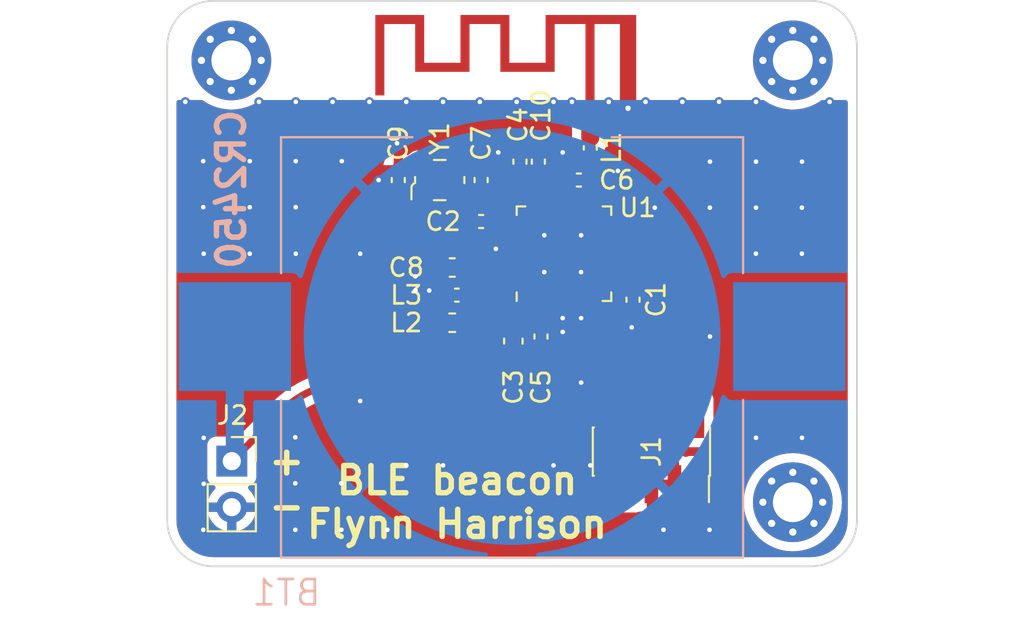
<source format=kicad_pcb>
(kicad_pcb (version 20211014) (generator pcbnew)
  (layers (0 "F.Cu" signal) (31 "B.Cu" signal) (34 "B.Paste" user) (35 "F.Paste" user) (36 "B.SilkS" user "B.Silkscreen") (37 "F.SilkS" user "F.Silkscreen") (38 "B.Mask" user) (39 "F.Mask" user) (44 "Edge.Cuts" user))
  (net 0 "")
  (net 1 "Net-(AE1-Pad1)")
  (net 2 "GND")
  (net 3 "Net-(C4-Pad1)")
  (net 4 "Net-(C5-Pad1)")
  (net 5 "Net-(C6-Pad1)")
  (net 6 "Net-(U1-Pad20)")
  (net 7 "Net-(C7-Pad2)")
  (net 8 "DCC")
  (net 9 "Net-(C9-Pad2)")
  (net 10 "Net-(C10-Pad1)")
  (net 11 "SWDIO")
  (net 12 "SWDCLK")
  (net 17 "nRESET")
  (net 18 "DCC4")
  (net 19 "Net-(L2-Pad2)")
  (net 36 "VDD")
  (footprint "Capacitor_SMD:C_0402_1005Metric_Pad0.74x0.62mm_HandSolder" (layer "F.Cu") (at 145.358 77.216 -90)
    (fp_text reference "C9" (at -2.032 0 90) (layer "F.SilkS"))
    (fp_text value "12pF")
    (fp_line (start -0.115835 0.36) (end 0.115835 0.36) (layer "F.SilkS") (width 0.12))
    (fp_line (start -0.115835 -0.36) (end 0.115835 -0.36) (layer "F.SilkS") (width 0.12))
    (pad "1" smd roundrect (at -0.5675 0 270) (size 0.735 0.62) (layers "F.Cu" "F.Paste" "F.Mask") (net 2 "GND"))
    (pad "2" smd roundrect (at 0.5675 0 270) (size 0.735 0.62) (layers "F.Cu" "F.Paste" "F.Mask") (net 9 "Net-(C9-Pad2)"))
  )
  (footprint "Connector_PinSocket_2.54mm:PinSocket_1x02_P2.54mm_Vertical" (layer "F.Cu") (at 136.169 92.73)
    (fp_text reference "J2" (at 0.031 -2.53) (layer "F.SilkS"))
    (fp_text value "External power")
    (fp_line (start -1.33 1.27) (end -1.33 3.87) (layer "F.SilkS") (width 0.12))
    (fp_line (start -1.33 1.27) (end 1.33 1.27) (layer "F.SilkS") (width 0.12))
    (fp_line (start 1.33 1.27) (end 1.33 3.87) (layer "F.SilkS") (width 0.12))
    (fp_line (start 1.33 -1.33) (end 1.33 0) (layer "F.SilkS") (width 0.12))
    (fp_line (start 0 -1.33) (end 1.33 -1.33) (layer "F.SilkS") (width 0.12))
    (fp_line (start -1.33 3.87) (end 1.33 3.87) (layer "F.SilkS") (width 0.12))
    (pad "1" thru_hole rect (at 0 0) (size 1.7 1.7) (drill 1) (layers *.Cu *.Mask) (net 36 "VDD"))
    (pad "2" thru_hole oval (at 0 2.54) (size 1.7 1.7) (drill 1) (layers *.Cu *.Mask) (net 2 "GND"))
  )
  (footprint "Inductor_SMD:L_0402_1005Metric_Pad0.77x0.64mm_HandSolder" (layer "F.Cu") (at 148.59 83.566)
    (fp_text reference "L3" (at -2.794 0) (layer "F.SilkS"))
    (fp_text value "15nH")
    (fp_line (start -0.1002 0.36) (end 0.1002 0.36) (layer "F.SilkS") (width 0.12))
    (fp_line (start -0.1002 -0.36) (end 0.1002 -0.36) (layer "F.SilkS") (width 0.12))
    (pad "1" smd roundrect (at -0.5725 0) (size 0.765 0.64) (layers "F.Cu" "F.Paste" "F.Mask") (net 19 "Net-(L2-Pad2)"))
    (pad "2" smd roundrect (at 0.5725 0) (size 0.765 0.64) (layers "F.Cu" "F.Paste" "F.Mask") (net 18 "DCC4"))
  )
  (footprint "Capacitor_SMD:C_0402_1005Metric_Pad0.74x0.62mm_HandSolder" (layer "F.Cu") (at 153.232 85.852 -90)
    (fp_text reference "C5" (at 2.794 0 90) (layer "F.SilkS"))
    (fp_text value "100nF")
    (fp_line (start -0.115835 -0.36) (end 0.115835 -0.36) (layer "F.SilkS") (width 0.12))
    (fp_line (start -0.115835 0.36) (end 0.115835 0.36) (layer "F.SilkS") (width 0.12))
    (pad "1" smd roundrect (at -0.5675 0 270) (size 0.735 0.62) (layers "F.Cu" "F.Paste" "F.Mask") (net 4 "Net-(C5-Pad1)"))
    (pad "2" smd roundrect (at 0.5675 0 270) (size 0.735 0.62) (layers "F.Cu" "F.Paste" "F.Mask") (net 2 "GND"))
  )
  (footprint "Capacitor_SMD:C_0603_1608Metric" (layer "F.Cu") (at 148.336 82.042 180)
    (fp_text reference "C8" (at 2.54 0 180) (layer "F.SilkS"))
    (fp_text value "1uF")
    (fp_line (start -0.14058 0.51) (end 0.14058 0.51) (layer "F.SilkS") (width 0.12))
    (fp_line (start -0.14058 -0.51) (end 0.14058 -0.51) (layer "F.SilkS") (width 0.12))
    (pad "1" smd roundrect (at -0.775 0 180) (size 0.9 0.95) (layers "F.Cu" "F.Paste" "F.Mask") (net 18 "DCC4"))
    (pad "2" smd roundrect (at 0.775 0 180) (size 0.9 0.95) (layers "F.Cu" "F.Paste" "F.Mask") (net 2 "GND"))
  )
  (footprint "Capacitor_SMD:C_0402_1005Metric_Pad0.74x0.62mm_HandSolder" (layer "F.Cu") (at 149.93 79.502 180)
    (fp_text reference "C2" (at 2.102 0 180) (layer "F.SilkS"))
    (fp_text value "100nF")
    (fp_line (start -0.115835 -0.36) (end 0.115835 -0.36) (layer "F.SilkS") (width 0.12))
    (fp_line (start -0.115835 0.36) (end 0.115835 0.36) (layer "F.SilkS") (width 0.12))
    (pad "1" smd roundrect (at -0.5675 0 180) (size 0.735 0.62) (layers "F.Cu" "F.Paste" "F.Mask") (net 36 "VDD"))
    (pad "2" smd roundrect (at 0.5675 0 180) (size 0.735 0.62) (layers "F.Cu" "F.Paste" "F.Mask") (net 2 "GND"))
  )
  (footprint "Inductor_SMD:L_0402_1005Metric_Pad0.77x0.64mm_HandSolder" (layer "F.Cu") (at 155.956 75.438 -90)
    (fp_text reference "L1" (at 0 -1.17 90) (layer "F.SilkS"))
    (fp_text value "3.9nH")
    (fp_line (start -0.1002 0.36) (end 0.1002 0.36) (layer "F.SilkS") (width 0.12))
    (fp_line (start -0.1002 -0.36) (end 0.1002 -0.36) (layer "F.SilkS") (width 0.12))
    (pad "1" smd roundrect (at -0.5725 0 270) (size 0.765 0.64) (layers "F.Cu" "F.Paste" "F.Mask") (net 1 "Net-(AE1-Pad1)"))
    (pad "2" smd roundrect (at 0.5725 0 270) (size 0.765 0.64) (layers "F.Cu" "F.Paste" "F.Mask") (net 5 "Net-(C6-Pad1)"))
  )
  (footprint "Package_DFN_QFN:QFN-32-1EP_5x5mm_P0.5mm_EP3.6x3.6mm" (layer "F.Cu") (at 154.502 81.28 90)
    (fp_text reference "U1" (at 2.54 4.064 180) (layer "F.SilkS"))
    (fp_text value "nRF52810-QCxx")
    (fp_line (start 2.61 2.61) (end 2.61 2.135) (layer "F.SilkS") (width 0.12))
    (fp_line (start 2.135 2.61) (end 2.61 2.61) (layer "F.SilkS") (width 0.12))
    (fp_line (start 2.135 -2.61) (end 2.61 -2.61) (layer "F.SilkS") (width 0.12))
    (fp_line (start -2.61 2.61) (end -2.61 2.135) (layer "F.SilkS") (width 0.12))
    (fp_line (start -2.135 -2.61) (end -2.61 -2.61) (layer "F.SilkS") (width 0.12))
    (fp_line (start -2.135 2.61) (end -2.61 2.61) (layer "F.SilkS") (width 0.12))
    (fp_line (start 2.61 -2.61) (end 2.61 -2.135) (layer "F.SilkS") (width 0.12))
    (pad "1" smd roundrect (at -2.45 -1.75 90) (size 0.8 0.25) (layers "F.Cu" "F.Paste" "F.Mask") (net 4 "Net-(C5-Pad1)"))
    (pad "2" smd roundrect (at -2.45 -1.25 90) (size 0.8 0.25) (layers "F.Cu" "F.Paste" "F.Mask"))
    (pad "3" smd roundrect (at -2.45 -0.75 90) (size 0.8 0.25) (layers "F.Cu" "F.Paste" "F.Mask"))
    (pad "4" smd roundrect (at -2.45 -0.25 90) (size 0.8 0.25) (layers "F.Cu" "F.Paste" "F.Mask"))
    (pad "5" smd roundrect (at -2.45 0.25 90) (size 0.8 0.25) (layers "F.Cu" "F.Paste" "F.Mask"))
    (pad "6" smd roundrect (at -2.45 0.75 90) (size 0.8 0.25) (layers "F.Cu" "F.Paste" "F.Mask"))
    (pad "7" smd roundrect (at -2.45 1.25 90) (size 0.8 0.25) (layers "F.Cu" "F.Paste" "F.Mask"))
    (pad "8" smd roundrect (at -2.45 1.75 90) (size 0.8 0.25) (layers "F.Cu" "F.Paste" "F.Mask"))
    (pad "9" smd roundrect (at -1.75 2.45 90) (size 0.25 0.8) (layers "F.Cu" "F.Paste" "F.Mask") (net 36 "VDD"))
    (pad "10" smd roundrect (at -1.25 2.45 90) (size 0.25 0.8) (layers "F.Cu" "F.Paste" "F.Mask"))
    (pad "11" smd roundrect (at -0.75 2.45 90) (size 0.25 0.8) (layers "F.Cu" "F.Paste" "F.Mask"))
    (pad "12" smd roundrect (at -0.25 2.45 90) (size 0.25 0.8) (layers "F.Cu" "F.Paste" "F.Mask"))
    (pad "13" smd roundrect (at 0.25 2.45 90) (size 0.25 0.8) (layers "F.Cu" "F.Paste" "F.Mask"))
    (pad "14" smd roundrect (at 0.75 2.45 90) (size 0.25 0.8) (layers "F.Cu" "F.Paste" "F.Mask"))
    (pad "15" smd roundrect (at 1.25 2.45 90) (size 0.25 0.8) (layers "F.Cu" "F.Paste" "F.Mask"))
    (pad "16" smd roundrect (at 1.75 2.45 90) (size 0.25 0.8) (layers "F.Cu" "F.Paste" "F.Mask") (net 17 "nRESET"))
    (pad "17" smd roundrect (at 2.45 1.75 90) (size 0.8 0.25) (layers "F.Cu" "F.Paste" "F.Mask") (net 12 "SWDCLK"))
    (pad "18" smd roundrect (at 2.45 1.25 90) (size 0.8 0.25) (layers "F.Cu" "F.Paste" "F.Mask") (net 11 "SWDIO"))
    (pad "19" smd roundrect (at 2.45 0.75 90) (size 0.8 0.25) (layers "F.Cu" "F.Paste" "F.Mask") (net 5 "Net-(C6-Pad1)"))
    (pad "20" smd roundrect (at 2.45 0.25 90) (size 0.8 0.25) (layers "F.Cu" "F.Paste" "F.Mask") (net 6 "Net-(U1-Pad20)"))
    (pad "21" smd roundrect (at 2.45 -0.25 90) (size 0.8 0.25) (layers "F.Cu" "F.Paste" "F.Mask") (net 10 "Net-(C10-Pad1)"))
    (pad "22" smd roundrect (at 2.45 -0.75 90) (size 0.8 0.25) (layers "F.Cu" "F.Paste" "F.Mask") (net 3 "Net-(C4-Pad1)"))
    (pad "23" smd roundrect (at 2.45 -1.25 90) (size 0.8 0.25) (layers "F.Cu" "F.Paste" "F.Mask") (net 7 "Net-(C7-Pad2)"))
    (pad "24" smd roundrect (at 2.45 -1.75 90) (size 0.8 0.25) (layers "F.Cu" "F.Paste" "F.Mask") (net 9 "Net-(C9-Pad2)"))
    (pad "25" smd roundrect (at 1.75 -2.45 90) (size 0.25 0.8) (layers "F.Cu" "F.Paste" "F.Mask") (net 36 "VDD"))
    (pad "26" smd roundrect (at 1.25 -2.45 90) (size 0.25 0.8) (layers "F.Cu" "F.Paste" "F.Mask"))
    (pad "27" smd roundrect (at 0.75 -2.45 90) (size 0.25 0.8) (layers "F.Cu" "F.Paste" "F.Mask"))
    (pad "28" smd roundrect (at 0.25 -2.45 90) (size 0.25 0.8) (layers "F.Cu" "F.Paste" "F.Mask"))
    (pad "29" smd roundrect (at -0.25 -2.45 90) (size 0.25 0.8) (layers "F.Cu" "F.Paste" "F.Mask") (net 2 "GND"))
    (pad "30" smd roundrect (at -0.75 -2.45 90) (size 0.25 0.8) (layers "F.Cu" "F.Paste" "F.Mask") (net 18 "DCC4"))
    (pad "31" smd roundrect (at -1.25 -2.45 90) (size 0.25 0.8) (layers "F.Cu" "F.Paste" "F.Mask") (net 8 "DCC"))
    (pad "32" smd roundrect (at -1.75 -2.45 90) (size 0.25 0.8) (layers "F.Cu" "F.Paste" "F.Mask") (net 36 "VDD"))
    (pad "33" smd rect (at 0 0 90) (size 3.6 3.6) (layers "F.Cu" "F.Mask") (net 2 "GND"))
  )
  (footprint "Connector_PinSocket_1.27mm:PinSocket_2x05_P1.27mm_Vertical_SMD" (layer "F.Cu") (at 159.328 92.202 -90)
    (fp_text reference "J1" (at 0 0 90) (layer "F.SilkS"))
    (fp_text value "Conn_ARM_JTAG_SWD_10")
    (fp_line (start -1.33 3.175) (end -1.33 3.235) (layer "F.SilkS") (width 0.12))
    (fp_line (start -1.33 3.235) (end 1.33 3.235) (layer "F.SilkS") (width 0.12))
    (fp_line (start 1.33 3.175) (end 1.33 3.235) (layer "F.SilkS") (width 0.12))
    (fp_line (start 1.33 -3.235) (end 1.33 -3.175) (layer "F.SilkS") (width 0.12))
    (fp_line (start 1.33 -3.175) (end 2.79 -3.175) (layer "F.SilkS") (width 0.12))
    (fp_line (start -1.33 -3.235) (end -1.33 -3.175) (layer "F.SilkS") (width 0.12))
    (fp_line (start -1.33 -3.235) (end 1.33 -3.235) (layer "F.SilkS") (width 0.12))
    (pad "1" smd rect (at 1.8 -2.54 270) (size 2.1 0.75) (layers "F.Cu" "F.Paste" "F.Mask"))
    (pad "2" smd rect (at -1.8 -2.54 270) (size 2.1 0.75) (layers "F.Cu" "F.Paste" "F.Mask") (net 11 "SWDIO"))
    (pad "3" smd rect (at 1.8 -1.27 270) (size 2.1 0.75) (layers "F.Cu" "F.Paste" "F.Mask") (net 2 "GND"))
    (pad "4" smd rect (at -1.8 -1.27 270) (size 2.1 0.75) (layers "F.Cu" "F.Paste" "F.Mask") (net 12 "SWDCLK"))
    (pad "5" smd rect (at 1.8 0 270) (size 2.1 0.75) (layers "F.Cu" "F.Paste" "F.Mask") (net 2 "GND"))
    (pad "6" smd rect (at -1.8 0 270) (size 2.1 0.75) (layers "F.Cu" "F.Paste" "F.Mask"))
    (pad "7" smd rect (at 1.8 1.27 270) (size 2.1 0.75) (layers "F.Cu" "F.Paste" "F.Mask"))
    (pad "8" smd rect (at -1.8 1.27 270) (size 2.1 0.75) (layers "F.Cu" "F.Paste" "F.Mask"))
    (pad "9" smd rect (at 1.8 2.54 270) (size 2.1 0.75) (layers "F.Cu" "F.Paste" "F.Mask"))
    (pad "10" smd rect (at -1.8 2.54 270) (size 2.1 0.75) (layers "F.Cu" "F.Paste" "F.Mask") (net 17 "nRESET"))
  )
  (footprint "Capacitor_SMD:C_0402_1005Metric_Pad0.74x0.62mm_HandSolder" (layer "F.Cu") (at 155.3235 77.216 180)
    (fp_text reference "C6" (at -2.0915 0) (layer "F.SilkS"))
    (fp_text value "0.8pF")
    (fp_line (start -0.115835 0.36) (end 0.115835 0.36) (layer "F.SilkS") (width 0.12))
    (fp_line (start -0.115835 -0.36) (end 0.115835 -0.36) (layer "F.SilkS") (width 0.12))
    (pad "1" smd roundrect (at -0.5675 0 180) (size 0.735 0.62) (layers "F.Cu" "F.Paste" "F.Mask") (net 5 "Net-(C6-Pad1)"))
    (pad "2" smd roundrect (at 0.5675 0 180) (size 0.735 0.62) (layers "F.Cu" "F.Paste" "F.Mask") (net 6 "Net-(U1-Pad20)"))
  )
  (footprint "Inductor_SMD:L_0603_1608Metric" (layer "F.Cu") (at 148.336 85.09 180)
    (fp_text reference "L2" (at 2.54 0) (layer "F.SilkS"))
    (fp_text value "10uH")
    (fp_line (start -0.162779 0.51) (end 0.162779 0.51) (layer "F.SilkS") (width 0.12))
    (fp_line (start -0.162779 -0.51) (end 0.162779 -0.51) (layer "F.SilkS") (width 0.12))
    (pad "1" smd roundrect (at -0.7875 0 180) (size 0.875 0.95) (layers "F.Cu" "F.Paste" "F.Mask") (net 8 "DCC"))
    (pad "2" smd roundrect (at 0.7875 0 180) (size 0.875 0.95) (layers "F.Cu" "F.Paste" "F.Mask") (net 19 "Net-(L2-Pad2)"))
  )
  (footprint "MountingHole:MountingHole_2.2mm_M2_Pad_Via" (layer "F.Cu") (at 167.132 70.612)
    (fp_text reference "REF**" hide)
    (fp_text value "MountingHole_2.2mm_M2_Pad_Via")
    (pad "1" thru_hole circle (at 1.65 0) (size 0.7 0.7) (drill 0.4) (layers *.Cu *.Mask))
    (pad "1" thru_hole circle (at -1.166726 -1.166726) (size 0.7 0.7) (drill 0.4) (layers *.Cu *.Mask))
    (pad "1" thru_hole circle (at 0 1.65) (size 0.7 0.7) (drill 0.4) (layers *.Cu *.Mask))
    (pad "1" thru_hole circle (at 1.166726 1.166726) (size 0.7 0.7) (drill 0.4) (layers *.Cu *.Mask))
    (pad "1" thru_hole circle (at 1.166726 -1.166726) (size 0.7 0.7) (drill 0.4) (layers *.Cu *.Mask))
    (pad "1" thru_hole circle (at -1.65 0) (size 0.7 0.7) (drill 0.4) (layers *.Cu *.Mask))
    (pad "1" thru_hole circle (at 0 -1.65) (size 0.7 0.7) (drill 0.4) (layers *.Cu *.Mask))
    (pad "1" thru_hole circle (at 0 0) (size 4.4 4.4) (drill 2.2) (layers *.Cu *.Mask))
    (pad "1" thru_hole circle (at -1.166726 1.166726) (size 0.7 0.7) (drill 0.4) (layers *.Cu *.Mask))
  )
  (footprint "Capacitor_SMD:C_0402_1005Metric_Pad0.74x0.62mm_HandSolder" (layer "F.Cu") (at 152.072 76.2 90)
    (fp_text reference "C4" (at 2.032 -0.11 90) (layer "F.SilkS"))
    (fp_text value "100pF")
    (fp_line (start -0.115835 0.36) (end 0.115835 0.36) (layer "F.SilkS") (width 0.12))
    (fp_line (start -0.115835 -0.36) (end 0.115835 -0.36) (layer "F.SilkS") (width 0.12))
    (pad "1" smd roundrect (at -0.5675 0 90) (size 0.735 0.62) (layers "F.Cu" "F.Paste" "F.Mask") (net 3 "Net-(C4-Pad1)"))
    (pad "2" smd roundrect (at 0.5675 0 90) (size 0.735 0.62) (layers "F.Cu" "F.Paste" "F.Mask") (net 2 "GND"))
  )
  (footprint "Capacitor_SMD:C_0402_1005Metric_Pad0.74x0.62mm_HandSolder" (layer "F.Cu") (at 153.088 76.2 90)
    (fp_text reference "C10" (at 2.54 0.144 90) (layer "F.SilkS"))
    (fp_text value "NC")
    (fp_line (start -0.115835 0.36) (end 0.115835 0.36) (layer "F.SilkS") (width 0.12))
    (fp_line (start -0.115835 -0.36) (end 0.115835 -0.36) (layer "F.SilkS") (width 0.12))
    (pad "1" smd roundrect (at -0.5675 0 90) (size 0.735 0.62) (layers "F.Cu" "F.Paste" "F.Mask") (net 10 "Net-(C10-Pad1)"))
    (pad "2" smd roundrect (at 0.5675 0 90) (size 0.735 0.62) (layers "F.Cu" "F.Paste" "F.Mask") (net 2 "GND"))
  )
  (footprint "MountingHole:MountingHole_2.2mm_M2_Pad_Via" (layer "F.Cu") (at 136.144 70.612)
    (fp_text reference "REF**" hide)
    (fp_text value "MountingHole_2.2mm_M2_Pad_Via")
    (pad "1" thru_hole circle (at 1.65 0) (size 0.7 0.7) (drill 0.4) (layers *.Cu *.Mask))
    (pad "1" thru_hole circle (at -1.166726 1.166726) (size 0.7 0.7) (drill 0.4) (layers *.Cu *.Mask))
    (pad "1" thru_hole circle (at 0 1.65) (size 0.7 0.7) (drill 0.4) (layers *.Cu *.Mask))
    (pad "1" thru_hole circle (at -1.166726 -1.166726) (size 0.7 0.7) (drill 0.4) (layers *.Cu *.Mask))
    (pad "1" thru_hole circle (at 0 0) (size 4.4 4.4) (drill 2.2) (layers *.Cu *.Mask))
    (pad "1" thru_hole circle (at 0 -1.65) (size 0.7 0.7) (drill 0.4) (layers *.Cu *.Mask))
    (pad "1" thru_hole circle (at -1.65 0) (size 0.7 0.7) (drill 0.4) (layers *.Cu *.Mask))
    (pad "1" thru_hole circle (at 1.166726 -1.166726) (size 0.7 0.7) (drill 0.4) (layers *.Cu *.Mask))
    (pad "1" thru_hole circle (at 1.166726 1.166726) (size 0.7 0.7) (drill 0.4) (layers *.Cu *.Mask))
  )
  (footprint "Capacitor_SMD:C_0402_1005Metric_Pad0.74x0.62mm_HandSolder" (layer "F.Cu") (at 149.93 77.216 -90)
    (fp_text reference "C7" (at -2.032 0 90) (layer "F.SilkS"))
    (fp_text value "12pF")
    (fp_line (start -0.115835 0.36) (end 0.115835 0.36) (layer "F.SilkS") (width 0.12))
    (fp_line (start -0.115835 -0.36) (end 0.115835 -0.36) (layer "F.SilkS") (width 0.12))
    (pad "1" smd roundrect (at -0.5675 0 270) (size 0.735 0.62) (layers "F.Cu" "F.Paste" "F.Mask") (net 2 "GND"))
    (pad "2" smd roundrect (at 0.5675 0 270) (size 0.735 0.62) (layers "F.Cu" "F.Paste" "F.Mask") (net 7 "Net-(C7-Pad2)"))
  )
  (footprint "Oscillator:Oscillator_SMD_ECS_2520MV-xxx-xx-4Pin_2.5x2.0mm" (layer "F.Cu") (at 147.644 77.216 90)
    (fp_text reference "Y1" (at 2.286 0 90) (layer "F.SilkS"))
    (fp_text value "32MHz")
    (fp_line (start -0.16 -1.36) (end 0.17 -1.36) (layer "F.SilkS") (width 0.12))
    (fp_line (start -0.17 1.36) (end 0.17 1.36) (layer "F.SilkS") (width 0.12))
    (fp_line (start -1.11 0.32) (end -1.11 -0.32) (layer "F.SilkS") (width 0.12))
    (fp_line (start 1.11 0.32) (end 1.11 -0.32) (layer "F.SilkS") (width 0.12))
    (fp_line (start -0.38 -1.56) (end -1.07 -1.56) (layer "F.SilkS") (width 0.12))
    (fp_arc (start -0.38 -1.56) (mid -0.246393 -1.485967) (end -0.16 -1.36) (layer "F.SilkS") (width 0.12))
    (pad "1" smd roundrect (at -0.725 -0.925 90) (size 0.8 0.9) (layers "F.Cu" "F.Paste" "F.Mask") (net 9 "Net-(C9-Pad2)"))
    (pad "2" smd roundrect (at -0.725 0.925 90) (size 0.8 0.9) (layers "F.Cu" "F.Paste" "F.Mask"))
    (pad "3" smd roundrect (at 0.725 0.925 90) (size 0.8 0.9) (layers "F.Cu" "F.Paste" "F.Mask") (net 7 "Net-(C7-Pad2)"))
    (pad "4" smd roundrect (at 0.725 -0.925 90) (size 0.8 0.9) (layers "F.Cu" "F.Paste" "F.Mask"))
  )
  (footprint "Capacitor_SMD:C_0603_1608Metric" (layer "F.Cu") (at 151.708 86.106 -90)
    (fp_text reference "C3" (at 2.54 0 90) (layer "F.SilkS"))
    (fp_text value "4.7uF")
    (fp_line (start -0.14058 0.51) (end 0.14058 0.51) (layer "F.SilkS") (width 0.12))
    (fp_line (start -0.14058 -0.51) (end 0.14058 -0.51) (layer "F.SilkS") (width 0.12))
    (pad "1" smd roundrect (at -0.775 0 270) (size 0.9 0.95) (layers "F.Cu" "F.Paste" "F.Mask") (net 36 "VDD"))
    (pad "2" smd roundrect (at 0.775 0 270) (size 0.9 0.95) (layers "F.Cu" "F.Paste" "F.Mask") (net 2 "GND"))
  )
  (footprint "Capacitor_SMD:C_0402_1005Metric_Pad0.74x0.62mm_HandSolder" (layer "F.Cu") (at 158.312 83.82 -90)
    (fp_text reference "C1" (at 0 -1.27 90) (layer "F.SilkS"))
    (fp_text value "100nF")
    (fp_line (start -0.115835 0.36) (end 0.115835 0.36) (layer "F.SilkS") (width 0.12))
    (fp_line (start -0.115835 -0.36) (end 0.115835 -0.36) (layer "F.SilkS") (width 0.12))
    (pad "1" smd roundrect (at -0.5675 0 270) (size 0.735 0.62) (layers "F.Cu" "F.Paste" "F.Mask") (net 36 "VDD"))
    (pad "2" smd roundrect (at 0.5675 0 270) (size 0.735 0.62) (layers "F.Cu" "F.Paste" "F.Mask") (net 2 "GND"))
  )
  (footprint "MountingHole:MountingHole_2.2mm_M2_Pad_Via" (layer "F.Cu") (at 167.132 94.996)
    (fp_text reference "REF**" hide)
    (fp_text value "MountingHole_2.2mm_M2_Pad_Via")
    (pad "1" thru_hole circle (at -1.166726 -1.166726) (size 0.7 0.7) (drill 0.4) (layers *.Cu *.Mask))
    (pad "1" thru_hole circle (at 1.65 0) (size 0.7 0.7) (drill 0.4) (layers *.Cu *.Mask))
    (pad "1" thru_hole circle (at 1.166726 -1.166726) (size 0.7 0.7) (drill 0.4) (layers *.Cu *.Mask))
    (pad "1" thru_hole circle (at 0 1.65) (size 0.7 0.7) (drill 0.4) (layers *.Cu *.Mask))
    (pad "1" thru_hole circle (at -1.166726 1.166726) (size 0.7 0.7) (drill 0.4) (layers *.Cu *.Mask))
    (pad "1" thru_hole circle (at 1.166726 1.166726) (size 0.7 0.7) (drill 0.4) (layers *.Cu *.Mask))
    (pad "1" thru_hole circle (at 0 -1.65) (size 0.7 0.7) (drill 0.4) (layers *.Cu *.Mask))
    (pad "1" thru_hole circle (at -1.65 0) (size 0.7 0.7) (drill 0.4) (layers *.Cu *.Mask))
    (pad "1" thru_hole circle (at 0 0) (size 4.4 4.4) (drill 2.2) (layers *.Cu *.Mask))
  )
  (footprint "RF_Antenna:Texas_SWRA117D_2.4GHz_Left_cust" (layer "F.Cu") (at 155.9388 73.2536)
    (fp_text reference "AE1" hide)
    (fp_text value "Antenna")
    (pad "" connect custom (at 2.1 0) (size 0.9 0.5) (layers "F.Cu") (net 2 "GND") (clearance -10) (thermal_gap -10) (options (clearance outline) (anchor rect)) (primitives (gr_poly (pts (xy -11.25 -2.51) (xy -9.25 -2.51) (xy -9.25 -5.15) (xy -6.55 -5.15) (xy -6.55 -2.51) (xy -4.55 -2.51) (xy -4.55 -5.15) (xy 0.45 -5.15) (xy 0.45 0.25) (xy -0.45 0.25) (xy -0.45 -4.65) (xy -1.85 -4.65) (xy -1.85 -0.25) (xy -2.35 -0.25) (xy -2.35 -4.65) (xy -4.05 -4.65) (xy -4.05 -2.01) (xy -7.05 -2.01) (xy -7.05 -4.65) (xy -8.75 -4.65) (xy -8.75 -2.01) (xy -11.75 -2.01) (xy -11.75 -4.65) (xy -13.45 -4.65) (xy -13.45 -0.71) (xy -13.95 -0.71) (xy -13.95 -5.15) (xy -11.25 -5.15)) (width 0) (fill yes))))
    (pad "1" connect rect (at 0 0) (size 0.5 0.5) (layers "F.Cu") (net 1 "Net-(AE1-Pad1)"))
    (pad "2" thru_hole rect (at 2.1 0) (size 0.9 0.5) (drill 0.3) (layers *.Cu) (net 2 "GND") (clearance -10) (thermal_gap -10))
  )
  (footprint "SnapEDA Library:BAT_BAT-HLD-006-SMT" (layer "B.Cu") (at 151.638 85.852)
    (fp_text reference "BT1" (at -12.455 14.139) (layer "B.SilkS") (effects (font (size 1.4 1.4)) (justify mirror)))
    (fp_text value "Battery_Cell")
    (fp_line (start -12.75 -11) (end -5.5 -11) (layer "B.SilkS") (width 0.127))
    (fp_line (start -12.75 -3.5) (end -12.75 -11) (layer "B.SilkS") (width 0.127))
    (fp_line (start -12.75 12.2) (end 12.75 12.2) (layer "B.SilkS") (width 0.127))
    (fp_line (start -12.75 3.5) (end -12.75 12.2) (layer "B.SilkS") (width 0.127))
    (fp_line (start 5.5 -11) (end 12.75 -11) (layer "B.SilkS") (width 0.127))
    (fp_line (start 12.75 -11) (end 12.75 -3.5) (layer "B.SilkS") (width 0.127))
    (fp_line (start 12.75 12.2) (end 12.75 3.5) (layer "B.SilkS") (width 0.127))
    (pad "1" smd rect locked (at -15.3 0) (size 6.2 6) (layers "B.Cu" "B.Paste" "B.Mask") (net 36 "VDD"))
    (pad "1" smd rect locked (at 15.3 0) (size 6.2 6) (layers "B.Cu" "B.Paste" "B.Mask"))
    (pad "2" smd circle locked (at 0 0) (size 23 23) (layers "B.Cu" "B.Mask") (net 2 "GND"))
  )
  (gr_arc (start 170.669949 95.993949) (mid 169.926 97.79) (end 168.129949 98.533949) (layer "Edge.Cuts") (width 0.1))
  (gr_line (start 168.129949 67.328051) (end 135.146051 67.328051) (layer "Edge.Cuts") (width 0.1))
  (gr_arc (start 168.129949 67.328051) (mid 169.926 68.072) (end 170.669949 69.868051) (layer "Edge.Cuts") (width 0.1))
  (gr_arc (start 135.146051 98.533949) (mid 133.35 97.79) (end 132.606051 95.993949) (layer "Edge.Cuts") (width 0.1))
  (gr_line (start 132.606051 69.868051) (end 132.606051 95.993949) (layer "Edge.Cuts") (width 0.1))
  (gr_arc (start 132.606051 69.868051) (mid 133.35 68.072) (end 135.146051 67.328051) (layer "Edge.Cuts") (width 0.1))
  (gr_line (start 135.146051 98.533949) (end 168.129949 98.533949) (layer "Edge.Cuts") (width 0.1))
  (gr_line (start 170.669949 95.993949) (end 170.669949 69.868051) (layer "Edge.Cuts") (width 0.1))
  (gr_text "CR2450" (at 136.144 77.724 90) (layer "B.SilkS") (effects (font (size 1.5 1.5) (thickness 0.3)) (justify mirror)))
  (gr_text "-\n" (at 139.2 95.2) (layer "F.SilkS") (effects (font (size 1.5 1.5) (thickness 0.3))))
  (gr_text "+" (at 139.2 92.7) (layer "F.SilkS") (effects (font (size 1.5 1.5) (thickness 0.3))))
  (gr_text "BLE beacon\nFlynn Harrison" (at 148.6 95) (layer "F.SilkS") (effects (font (size 1.5 1.5) (thickness 0.3))))
  (segment (start 155.956 73.406) (end 155.956 74.8655) (width 1) (layer "F.Cu") (net 1))
  (segment (start 154.252 81.53) (end 154.502 81.28) (width 0.3) (layer "F.Cu") (net 2))
  (segment (start 146.486983 82.986984) (end 146.812 83.312) (width 0.3) (layer "F.Cu") (net 2))
  (segment (start 152.052 81.53) (end 151.262 81.53) (width 0.25) (layer "F.Cu") (net 2))
  (segment (start 147.066 83.312) (end 146.812 83.312) (width 0.3) (layer "F.Cu") (net 2))
  (segment (start 146.298828 82.532736) (end 146.298828 82.686304) (width 0.3) (layer "F.Cu") (net 2))
  (segment (start 146.711791 82.703791) (end 146.812 82.804) (width 0.3) (layer "F.Cu") (net 2))
  (segment (start 151.262 81.53) (end 150.744 81.012) (width 0.25) (layer "F.Cu") (net 2))
  (segment (start 146.307378 82.553379) (end 147.066 83.312) (width 0.3) (layer "F.Cu") (net 2))
  (segment (start 146.812 83.312) (end 146.558 83.312) (width 0.3) (layer "F.Cu") (net 2))
  (segment (start 147.561 82.055) (end 146.304 83.312) (width 0.25) (layer "F.Cu") (net 2))
  (segment (start 151.708 86.881) (end 152.117841 86.881) (width 0.4) (layer "F.Cu") (net 2))
  (segment (start 152.052 81.53) (end 154.252 81.53) (width 0.3) (layer "F.Cu") (net 2))
  (segment (start 147.561 82.042) (end 147.561 82.055) (width 0.25) (layer "F.Cu") (net 2))
  (segment (start 146.886395 82.878395) (end 146.812 82.804) (width 0.3) (layer "F.Cu") (net 2))
  (segment (start 146.298828 82.532736) (end 146.298828 83.299514) (width 0.3) (layer "F.Cu") (net 2))
  (segment (start 146.558 83.312) (end 146.304 83.312) (width 0.3) (layer "F.Cu") (net 2))
  (segment (start 146.812 82.804) (end 146.304 83.312) (width 0.3) (layer "F.Cu") (net 2))
  (via (at 149.86 72.898) (size 0.508) (drill 0.254) (layers "F.Cu" "B.Cu") (net 2))
  (via (at 150.876 75.692) (size 0.508) (drill 0.254) (layers "F.Cu" "B.Cu") (net 2))
  (via (at 157.48 76.708) (size 0.508) (drill 0.254) (layers "F.Cu" "B.Cu") (net 2))
  (via (at 162.56 76.2) (size 0.508) (drill 0.254) (layers "F.Cu" "B.Cu") (net 2))
  (via (at 134.62 91.44) (size 0.508) (drill 0.254) (layers "F.Cu" "B.Cu") (net 2))
  (via (at 144.757136 96.517404) (size 0.508) (drill 0.254) (layers "F.Cu" "B.Cu") (net 2))
  (via (at 165.1 76.2) (size 0.508) (drill 0.254) (layers "F.Cu" "B.Cu") (net 2))
  (via (at 142.217655 96.517404) (size 0.508) (drill 0.254) (layers "F.Cu" "B.Cu") (net 2))
  (via (at 134.62 81.28) (size 0.508) (drill 0.254) (layers "F.Cu" "B.Cu") (net 2))
  (via (at 162.56 85.852) (size 0.508) (drill 0.254) (layers "F.Cu" "B.Cu") (net 2))
  (via (at 159.004 72.898) (size 0.508) (drill 0.254) (layers "F.Cu" "B.Cu") (net 2))
  (via (at 139.673503 91.413503) (size 0.508) (drill 0.254) (layers "F.Cu" "B.Cu") (net 2))
  (via (at 139.673503 93.952984) (size 0.508) (drill 0.254) (layers "F.Cu" "B.Cu") (net 2))
  (via (at 159.512 78.74) (size 0.508) (drill 0.254) (layers "F.Cu" "B.Cu") (net 2))
  (via (at 155.448 88.392) (size 0.508) (drill 0.254) (layers "F.Cu" "B.Cu") (net 2))
  (via (at 145.796 72.898) (size 0.508) (drill 0.254) (layers "F.Cu" "B.Cu") (net 2))
  (via (at 143.256 89.408) (size 0.508) (drill 0.254) (layers "F.Cu" "B.Cu") (net 2))
  (via (at 143.764 72.898) (size 0.508) (drill 0.254) (layers "F.Cu" "B.Cu") (net 2))
  (via (at 165.093107 81.277108) (size 0.508) (drill 0.254) (layers "F.Cu" "B.Cu") (net 2))
  (via (at 146.304 83.312) (size 0.508) (drill 0.254) (layers "F.Cu" "B.Cu") (net 2))
  (via (at 147.828 72.898) (size 0.508) (drill 0.254) (layers "F.Cu" "B.Cu") (net 2))
  (via (at 142.212984 93.952984) (size 0.508) (drill 0.254) (layers "F.Cu" "B.Cu") (net 2))
  (via (at 167.64 91.44) (size 0.508) (drill 0.254) (layers "F.Cu" "B.Cu") (net 2))
  (via (at 162.533503 96.517404) (size 0.508) (drill 0.254) (layers "F.Cu" "B.Cu") (net 2))
  (via (at 147.066 83.312) (size 0.508) (drill 0.254) (layers "F.Cu" "B.Cu") (net 2))
  (via (at 142.238961 76.173503) (size 0.508) (drill 0.254) (layers "F.Cu" "B.Cu") (net 2))
  (via (at 153.924 92.964) (size 0.508) (drill 0.254) (layers "F.Cu" "B.Cu") (net 2))
  (via (at 158.242 85.344) (size 0.508) (drill 0.254) (layers "F.Cu" "B.Cu") (net 2))
  (via (at 165.1 78.74) (size 0.508) (drill 0.254) (layers "F.Cu" "B.Cu") (net 2))
  (via (at 146.298828 82.532736) (size 0.508) (drill 0.254) (layers "F.Cu" "B.Cu") (net 2))
  (via (at 137.16 81.28) (size 0.508) (drill 0.254) (layers "F.Cu" "B.Cu") (net 2))
  (via (at 159.994022 96.517404) (size 0.508) (drill 0.254) (layers "F.Cu" "B.Cu") (net 2))
  (via (at 134.593503 76.173503) (size 0.508) (drill 0.254) (layers "F.Cu" "B.Cu") (net 2))
  (via (at 137.159999 78.712984) (size 0.508) (drill 0.254) (layers "F.Cu" "B.Cu") (net 2))
  (via (at 139.7 72.898) (size 0.508) (drill 0.254) (layers "F.Cu" "B.Cu") (net 2))
  (via (at 151.892 72.898) (size 0.508) (drill 0.254) (layers "F.Cu" "B.Cu") (net 2))
  (via (at 153.924 72.898) (size 0.508) (drill 0.254) (layers "F.Cu" "B.Cu") (net 2))
  (via (at 139.7 81.28) (size 0.508) (drill 0.254) (layers "F.Cu" "B.Cu") (net 2))
  (via (at 155.448 82.296) (size 0.508) (drill 0.254) (layers "F.Cu" "B.Cu") (net 2))
  (via (at 154.432 75.692) (size 0.508) (drill 0.254) (layers "F.Cu" "B.Cu") (net 2))
  (via (at 134.593503 78.712984) (size 0.508) (drill 0.254) (layers "F.Cu" "B.Cu") (net 2))
  (via (at 143.256 81.28) (size 0.508) (drill 0.254) (layers "F.Cu" "B.Cu") (net 2))
  (via (at 141.732 72.898) (size 0.508) (drill 0.254) (layers "F.Cu" "B.Cu") (net 2))
  (via (at 144.272 77.216) (size 0.508) (drill 0.254) (layers "F.Cu" "B.Cu") (net 2))
  (via (at 161.036 72.898) (size 0.508) (drill 0.254) (layers "F.Cu" "B.Cu") (net 2))
  (via (at 167.632588 78.737627) (size 0.508) (drill 0.254) (layers "F.Cu" "B.Cu") (net 2))
  (via (at 155.956 92.964) (size 0.508) (drill 0.254) (layers "F.Cu" "B.Cu") (net 2))
  (via (at 156.972 72.898) (size 0.508) (drill 0.254) (layers "F.Cu" "B.Cu") (net 2))
  (via (at 155.448 84.836) (size 0.508) (drill 0.254) (layers "F.Cu" "B.Cu") (net 2))
  (via (at 165.1 91.44) (size 0.508) (drill 0.254) (layers "F.Cu" "B.Cu") (net 2))
  (via (at 150.744 81.012) (size 0.508) (drill 0.254) (layers "F.Cu" "B.Cu") (net 2))
  (via (at 153.416 82.296) (size 0.508) (drill 0.254) (layers "F.Cu" "B.Cu") (net 2))
  (via (at 153.416 80.264) (size 0.508) (drill 0.254) (layers "F.Cu" "B.Cu") (net 2))
  (via (at 167.632588 81.277108) (size 0.508) (drill 0.254) (layers "F.Cu" "B.Cu") (net 2))
  (via (at 167.64 76.2) (size 0.508) (drill 0.254) (layers "F.Cu" "B.Cu") (net 2))
  (via (at 137.668 72.898) (size 0.508) (drill 0.254) (layers "F.Cu" "B.Cu") (net 2))
  (via (at 137.159999 76.173503) (size 0.508) (drill 0.254) (layers "F.Cu" "B.Cu") (net 2))
  (via (at 154.94 72.898) (size 0.508) (drill 0.254) (layers "F.Cu" "B.Cu") (net 2))
  (via (at 162.553626 78.737627) (size 0.508) (drill 0.254) (layers "F.Cu" "B.Cu") (net 2))
  (via (at 134.62 93.98) (size 0.508) (drill 0.254) (layers "F.Cu" "B.Cu") (net 2))
  (via (at 147.828 92.964) (size 0.508) (drill 0.254) (layers "F.Cu" "B.Cu") (net 2))
  (via (at 145.796 92.964) (size 0.508) (drill 0.254) (layers "F.Cu" "B.Cu") (net 2))
  (via (at 139.69948 78.712984) (size 0.508) (drill 0.254) (layers "F.Cu" "B.Cu") (net 2))
  (via (at 134.594541 96.51948) (size 0.508) (drill 0.254) (layers "F.Cu" "B.Cu") (net 2))
  (via (at 154.432 85.598) (size 0.508) (drill 0.254) (layers "F.Cu" "B.Cu") (net 2))
  (via (at 139.69948 76.173503) (size 0.508) (drill 0.254) (layers "F.Cu" "B.Cu") (net 2))
  (via (at 145.288 75.184) (size 0.508) (drill 0.254) (layers "F.Cu" "B.Cu") (net 2))
  (via (at 169.164 72.898) (size 0.508) (drill 0.254) (layers "F.Cu" "B.Cu") (net 2))
  (via (at 155.448 80.264) (size 0.508) (drill 0.254) (layers "F.Cu" "B.Cu") (net 2))
  (via (at 163.060909 72.890909) (size 0.508) (drill 0.254) (layers "F.Cu" "B.Cu") (net 2))
  (via (at 165.1 72.898) (size 0.508) (drill 0.254) (layers "F.Cu" "B.Cu") (net 2))
  (via (at 133.604 72.898) (size 0.508) (drill 0.254) (layers "F.Cu" "B.Cu") (net 2))
  (via (at 139.673503 96.51948) (size 0.508) (drill 0.254) (layers "F.Cu" "B.Cu") (net 2))
  (via (at 154.432 84.836) (size 0.508) (drill 0.254) (layers "F.Cu" "B.Cu") (net 2))
  (arc (start 152.117841 86.881) (mid 152.720819 86.761061) (end 153.232 86.4195) (width 0.4) (layer "F.Cu") (net 2))
  (arc (start 146.298828 82.532736) (mid 146.522322 82.577192) (end 146.711791 82.703791) (width 0.3) (layer "F.Cu") (net 2))
  (arc (start 146.298828 82.532736) (mid 146.30105 82.543908) (end 146.307378 82.553379) (width 0.3) (layer "F.Cu") (net 2))
  (arc (start 146.298828 82.686304) (mid 146.366184 83.024928) (end 146.558 83.312) (width 0.3) (layer "F.Cu") (net 2))
  (arc (start 146.298828 82.532736) (mid 146.347728 82.778573) (end 146.486983 82.986984) (width 0.3) (layer "F.Cu") (net 2))
  (arc (start 147.066 83.312) (mid 147.019322 83.077335) (end 146.886395 82.878395) (width 0.3) (layer "F.Cu") (net 2))
  (arc (start 146.298828 83.299514) (mid 146.300172 83.306271) (end 146.304 83.312) (width 0.3) (layer "F.Cu") (net 2))
  (segment (start 152.072 76.797143) (end 152.740769 77.465912) (width 0.25) (layer "F.Cu") (net 3))
  (segment (start 152.750638 77.47) (end 153.416 77.47) (width 0.25) (layer "F.Cu") (net 3))
  (segment (start 153.752 78.281175) (end 153.752 78.83) (width 0.25) (layer "F.Cu") (net 3))
  (segment (start 152.072 76.7675) (end 152.072 76.797143) (width 0.25) (layer "F.Cu") (net 3))
  (arc (start 152.740769 77.465912) (mid 152.745297 77.468938) (end 152.750638 77.47) (width 0.25) (layer "F.Cu") (net 3))
  (arc (start 153.416 77.47) (mid 153.664676 77.842169) (end 153.752 78.281175) (width 0.25) (layer "F.Cu") (net 3))
  (segment (start 152.752 83.73) (end 152.752 84.125678) (width 0.25) (layer "F.Cu") (net 4))
  (arc (start 152.752 84.125678) (mid 152.876747 84.752827) (end 153.232 85.2845) (width 0.25) (layer "F.Cu") (net 4))
  (segment (start 155.252 78.83) (end 155.25152 78.82952) (width 0.3) (layer "F.Cu") (net 5))
  (segment (start 155.891 77.216) (end 155.891 76.0755) (width 0.5) (layer "F.Cu") (net 5))
  (segment (start 155.25152 78.82952) (end 155.25152 78.198344) (width 0.3) (layer "F.Cu") (net 5))
  (segment (start 155.891 76.0755) (end 155.956 76.0105) (width 0.5) (layer "F.Cu") (net 5))
  (segment (start 155.448 77.724) (end 155.845038 77.326962) (width 0.3) (layer "F.Cu") (net 5))
  (arc (start 155.845038 77.326962) (mid 155.879055 77.276053) (end 155.891 77.216) (width 0.3) (layer "F.Cu") (net 5))
  (arc (start 155.25152 78.198344) (mid 155.302583 77.941631) (end 155.448 77.724) (width 0.3) (layer "F.Cu") (net 5))
  (segment (start 154.752 78.83) (end 154.752 77.22) (width 0.25) (layer "F.Cu") (net 6))
  (segment (start 154.752 77.22) (end 154.756 77.216) (width 0.25) (layer "F.Cu") (net 6))
  (segment (start 148.569 76.491) (end 148.6375 76.491) (width 0.25) (layer "F.Cu") (net 7))
  (segment (start 153.252 78.83) (end 153.252 78.449279) (width 0.25) (layer "F.Cu") (net 7))
  (segment (start 153.162 78.232) (end 153.087605 78.157605) (width 0.25) (layer "F.Cu") (net 7))
  (segment (start 148.6375 76.491) (end 149.93 77.7835) (width 0.25) (layer "F.Cu") (net 7))
  (segment (start 152.654 77.978) (end 150.399564 77.978) (width 0.25) (layer "F.Cu") (net 7))
  (arc (start 153.252 78.449279) (mid 153.22861 78.331689) (end 153.162 78.232) (width 0.25) (layer "F.Cu") (net 7))
  (arc (start 150.399564 77.978) (mid 150.145438 77.927451) (end 149.93 77.7835) (width 0.25) (layer "F.Cu") (net 7))
  (arc (start 153.087605 78.157605) (mid 152.888666 78.024678) (end 152.654 77.978) (width 0.25) (layer "F.Cu") (net 7))
  (segment (start 151.283494 82.53) (end 152.052 82.53) (width 0.3) (layer "F.Cu") (net 8))
  (segment (start 149.1235 85.09) (end 149.990758 84.222742) (width 0.3) (layer "F.Cu") (net 8))
  (segment (start 150.547605 82.878395) (end 150.622 82.804) (width 0.3) (layer "F.Cu") (net 8))
  (arc (start 150.622 82.804) (mid 150.925496 82.60121) (end 151.283494 82.53) (width 0.3) (layer "F.Cu") (net 8))
  (arc (start 149.990758 84.222742) (mid 150.269958 83.80489) (end 150.368 83.312) (width 0.3) (layer "F.Cu") (net 8))
  (arc (start 150.368 83.312) (mid 150.414678 83.077335) (end 150.547605 82.878395) (width 0.3) (layer "F.Cu") (net 8))
  (segment (start 152.752 78.83) (end 148.865235 78.83) (width 0.25) (layer "F.Cu") (net 9))
  (segment (start 146.719 77.941) (end 145.5155 77.941) (width 0.25) (layer "F.Cu") (net 9))
  (segment (start 145.5155 77.941) (end 145.358 77.7835) (width 0.25) (layer "F.Cu") (net 9))
  (arc (start 148.865235 78.83) (mid 147.703701 78.598957) (end 146.719 77.941) (width 0.25) (layer "F.Cu") (net 9))
  (segment (start 154.252 78.83) (end 154.252 78.367072) (width 0.25) (layer "F.Cu") (net 10))
  (segment (start 153.200436 76.7675) (end 153.088 76.7675) (width 0.25) (layer "F.Cu") (net 10))
  (arc (start 153.67 76.962) (mid 153.454563 76.818049) (end 153.200436 76.7675) (width 0.25) (layer "F.Cu") (net 10))
  (arc (start 154.252 78.367072) (mid 154.100744 77.606653) (end 153.67 76.962) (width 0.25) (layer "F.Cu") (net 10))
  (segment (start 156.464 77.978) (end 157.12079 77.978) (width 0.25) (layer "F.Cu") (net 11))
  (segment (start 155.752 78.30852) (end 155.812772 78.247748) (width 0.25) (layer "F.Cu") (net 11))
  (segment (start 155.752 78.83) (end 155.752 78.30852) (width 0.25) (layer "F.Cu") (net 11))
  (segment (start 161.868 88.212358) (end 161.868 90.402) (width 0.25) (layer "F.Cu") (net 11))
  (arc (start 157.12079 77.978) (mid 157.452656 78.044012) (end 157.734 78.232) (width 0.25) (layer "F.Cu") (net 11))
  (arc (start 157.734 78.232) (mid 160.793608 82.811026) (end 161.868 88.212358) (width 0.25) (layer "F.Cu") (net 11))
  (arc (start 155.812772 78.247748) (mid 156.111558 78.048106) (end 156.464 77.978) (width 0.25) (layer "F.Cu") (net 11))
  (segment (start 157.338069 78.83) (end 156.252 78.83) (width 0.25) (layer "F.Cu") (net 12))
  (segment (start 160.598 90.402) (end 160.598 85.908307) (width 0.25) (layer "F.Cu") (net 12))
  (arc (start 157.734 78.994) (mid 157.552346 78.872622) (end 157.338069 78.83) (width 0.25) (layer "F.Cu") (net 12))
  (arc (start 160.598 85.908307) (mid 159.853671 82.166311) (end 157.734 78.994) (width 0.25) (layer "F.Cu") (net 12))
  (segment (start 157.399328 79.53) (end 157.613186 79.743858) (width 0.25) (layer "F.Cu") (net 17))
  (segment (start 157.399328 79.53) (end 156.952 79.53) (width 0.25) (layer "F.Cu") (net 17))
  (segment (start 156.788 89.659846) (end 156.788 90.402) (width 0.25) (layer "F.Cu") (net 17))
  (segment (start 158.613974 86.496025) (end 157.734 87.376) (width 0.25) (layer "F.Cu") (net 17))
  (arc (start 157.734 87.376) (mid 157.033857 88.423837) (end 156.788 89.659846) (width 0.25) (layer "F.Cu") (net 17))
  (arc (start 159.512 84.328) (mid 159.278611 85.501327) (end 158.613974 86.496025) (width 0.25) (layer "F.Cu") (net 17))
  (arc (start 157.613186 79.743858) (mid 159.018514 81.847079) (end 159.512 84.328) (width 0.25) (layer "F.Cu") (net 17))
  (segment (start 149.123 82.03) (end 149.111 82.042) (width 0.25) (layer "F.Cu") (net 18))
  (segment (start 152.052 82.03) (end 149.123 82.03) (width 0.25) (layer "F.Cu") (net 18))
  (segment (start 149.1625 82.0935) (end 149.111 82.042) (width 0.25) (layer "F.Cu") (net 18))
  (segment (start 149.1625 83.566) (end 149.1625 82.0935) (width 0.25) (layer "F.Cu") (net 18))
  (segment (start 148.0175 83.566) (end 148.0175 83.957734) (width 0.3) (layer "F.Cu") (net 19))
  (arc (start 148.0175 83.957734) (mid 147.895611 84.570511) (end 147.5485 85.09) (width 0.3) (layer "F.Cu") (net 19))
  (segment (start 144.018 88.392) (end 142.748 88.392) (width 0.4) (layer "F.Cu") (net 36))
  (segment (start 138.922373 89.976626) (end 136.169 92.73) (width 0.4) (layer "F.Cu") (net 36))
  (segment (start 158.0895 83.03) (end 158.312 83.2525) (width 0.3) (layer "F.Cu") (net 36))
  (segment (start 148.52837 80.772) (end 147.53042 80.772) (width 0.3) (layer "F.Cu") (net 36))
  (segment (start 150.743484 85.730515) (end 150.114 86.36) (width 0.4) (layer "F.Cu") (net 36))
  (segment (start 145.208319 88.392) (end 144.018 88.392) (width 0.4) (layer "F.Cu") (net 36))
  (segment (start 152.052 79.53) (end 150.5255 79.53) (width 0.3) (layer "F.Cu") (net 36))
  (segment (start 150.4975 79.502) (end 150.4975 79.69736) (width 0.3) (layer "F.Cu") (net 36))
  (segment (start 152.052 83.03) (end 152.052 84.500511) (width 0.3) (layer "F.Cu") (net 36))
  (segment (start 157.860471 83.43953) (end 157.226 84.074) (width 0.3) (layer "F.Cu") (net 36))
  (segment (start 155.08879 87.73521) (end 154.94 87.884) (width 0.3) (layer "F.Cu") (net 36))
  (segment (start 144.389974 88.020025) (end 144.018 88.392) (width 0.3) (layer "F.Cu") (net 36))
  (segment (start 145.288 83.73284) (end 145.288 85.852) (width 0.3) (layer "F.Cu") (net 36))
  (segment (start 156.952 83.03) (end 158.0895 83.03) (width 0.3) (layer "F.Cu") (net 36))
  (segment (start 157.226 84.074) (end 156.166421 85.133579) (width 0.3) (layer "F.Cu") (net 36))
  (segment (start 150.5255 79.53) (end 150.4975 79.502) (width 0.3) (layer "F.Cu") (net 36))
  (segment (start 153.71358 88.392) (end 145.208319 88.392) (width 0.3) (layer "F.Cu") (net 36))
  (arc (start 154.94 87.884) (mid 154.377315 88.259974) (end 153.71358 88.392) (width 0.3) (layer "F.Cu") (net 36))
  (arc (start 142.748 88.392) (mid 140.677586 88.803831) (end 138.922373 89.976626) (width 0.4) (layer "F.Cu") (net 36))
  (arc (start 150.368 80.01) (mid 149.523971 80.573962) (end 148.52837 80.772) (width 0.3) (layer "F.Cu") (net 36))
  (arc (start 147.53042 80.772) (mid 146.866687 80.904024) (end 146.304 81.28) (width 0.3) (layer "F.Cu") (net 36))
  (arc (start 152.052 84.500511) (mid 151.962598 84.949968) (end 151.708 85.331) (width 0.3) (layer "F.Cu") (net 36))
  (arc (start 155.448 86.868) (mid 155.354644 87.337331) (end 155.08879 87.73521) (width 0.3) (layer "F.Cu") (net 36))
  (arc (start 151.708 85.331) (mid 151.186008 85.434831) (end 150.743484 85.730515) (width 0.4) (layer "F.Cu") (net 36))
  (arc (start 156.166421 85.133579) (mid 155.634712 85.929337) (end 155.448 86.868) (width 0.3) (layer "F.Cu") (net 36))
  (arc (start 145.288 85.852) (mid 145.054611 87.025327) (end 144.389974 88.020025) (width 0.3) (layer "F.Cu") (net 36))
  (arc (start 146.304 81.28) (mid 145.55205 82.405372) (end 145.288 83.73284) (width 0.3) (layer "F.Cu") (net 36))
  (arc (start 150.4975 79.69736) (mid 150.463844 79.866559) (end 150.368 80.01) (width 0.3) (layer "F.Cu") (net 36))
  (arc (start 158.312 83.2525) (mid 158.067634 83.301107) (end 157.860471 83.43953) (width 0.3) (layer "F.Cu") (net 36))
  (arc (start 150.114 86.36) (mid 147.863255 87.8639) (end 145.208319 88.392) (width 0.4) (layer "F.Cu") (net 36))
  (segment (start 136.338 92.561) (end 136.169 92.73) (width 0.3) (layer "B.Cu") (net 36))
  (segment (start 136.338 85.852) (end 136.338 92.561) (width 1) (layer "B.Cu") (net 36))
  (zone (net 2) (net_name "GND") (layer "F.Cu") (connect_pads (clearance 0.508)) (min_thickness 0.254) (fill yes (thermal_gap 0.508) (thermal_bridge_width 0.508))
    (polygon (pts (xy 170.18 98.044) (xy 133.096 98.044) (xy 133.096 72.7964) (xy 170.18 72.7964)))
  )
  (zone (net 2) (net_name "GND") (layer "B.Cu") (connect_pads (clearance 0.508)) (min_thickness 0.254) (fill yes (thermal_gap 0.508) (thermal_bridge_width 0.508))
    (polygon (pts (xy 170.18 98.044) (xy 133.096 98.044) (xy 133.096 72.7964) (xy 170.18 72.7964)))
  )
)
</source>
